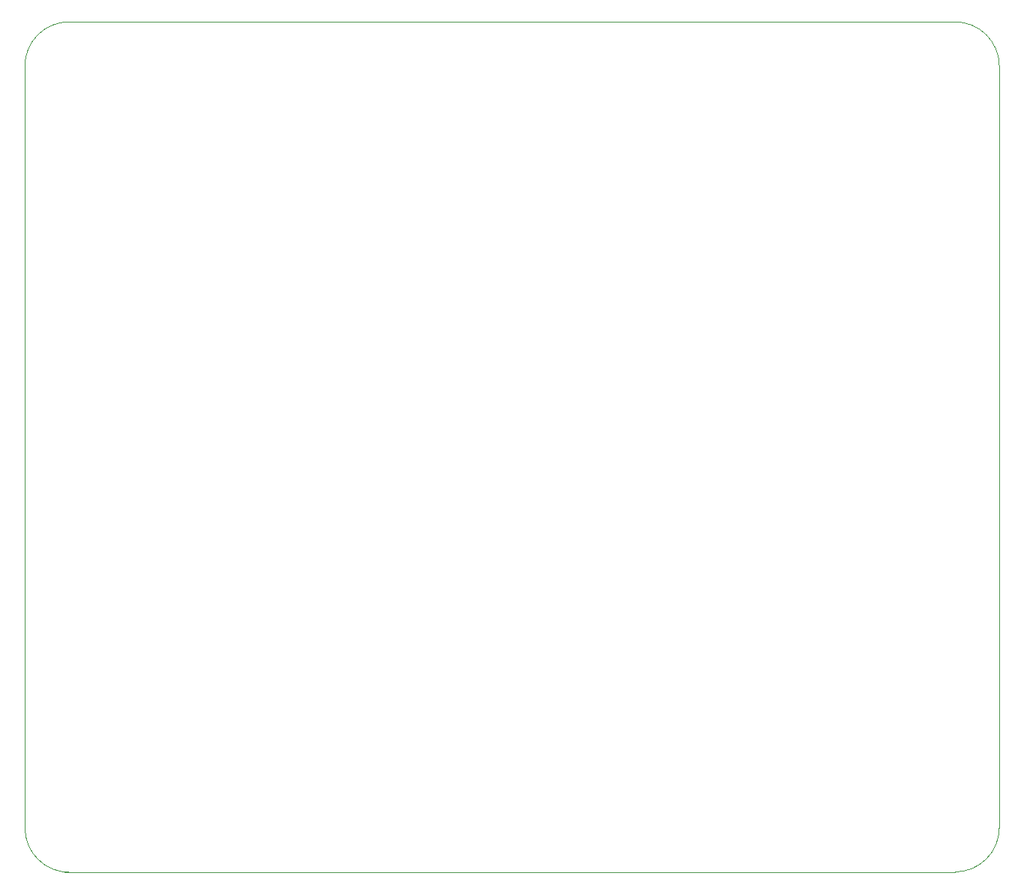
<source format=gbr>
%TF.GenerationSoftware,KiCad,Pcbnew,7.0.9*%
%TF.CreationDate,2023-12-29T23:30:02+01:00*%
%TF.ProjectId,guitar-pedal,67756974-6172-42d7-9065-64616c2e6b69,rev?*%
%TF.SameCoordinates,Original*%
%TF.FileFunction,Profile,NP*%
%FSLAX46Y46*%
G04 Gerber Fmt 4.6, Leading zero omitted, Abs format (unit mm)*
G04 Created by KiCad (PCBNEW 7.0.9) date 2023-12-29 23:30:02*
%MOMM*%
%LPD*%
G01*
G04 APERTURE LIST*
%TA.AperFunction,Profile*%
%ADD10C,0.100000*%
%TD*%
G04 APERTURE END LIST*
D10*
X100984400Y-47494400D02*
G75*
G03*
X95984400Y-52494400I0J-5000000D01*
G01*
X100984400Y-47494400D02*
X200966400Y-47494400D01*
X205966400Y-52494400D02*
X205964466Y-138464466D01*
X201000000Y-143500000D02*
X100500000Y-143500000D01*
X96000000Y-138500000D02*
X95984400Y-52494400D01*
X96000000Y-138500000D02*
G75*
G03*
X101000000Y-143500000I5000000J0D01*
G01*
X205966400Y-52494400D02*
G75*
G03*
X200966400Y-47494400I-5000000J0D01*
G01*
X200964466Y-143464466D02*
G75*
G03*
X205964466Y-138464466I34J4999966D01*
G01*
M02*

</source>
